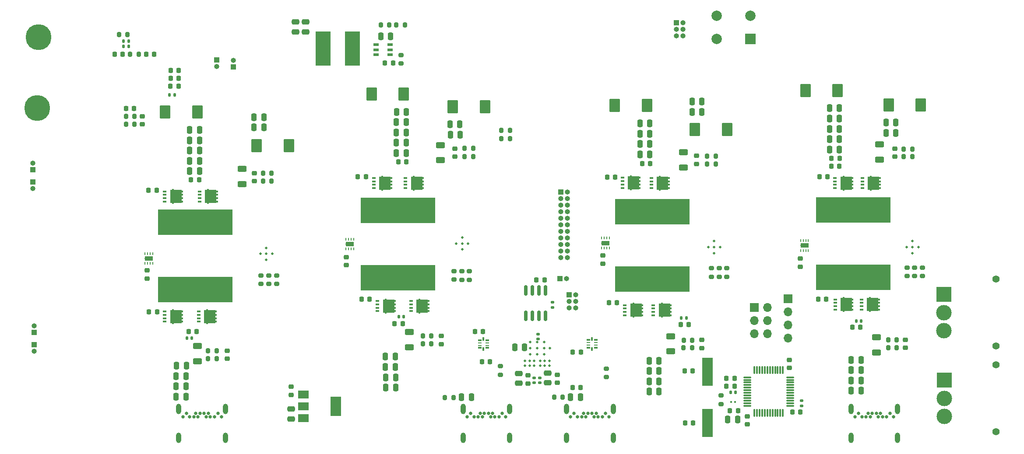
<source format=gbr>
%TF.GenerationSoftware,KiCad,Pcbnew,6.0.0*%
%TF.CreationDate,2022-01-14T14:38:36+01:00*%
%TF.ProjectId,PowerBank V0.2,506f7765-7242-4616-9e6b-2056302e322e,rev?*%
%TF.SameCoordinates,PX2aea540PY80befc0*%
%TF.FileFunction,Soldermask,Bot*%
%TF.FilePolarity,Negative*%
%FSLAX46Y46*%
G04 Gerber Fmt 4.6, Leading zero omitted, Abs format (unit mm)*
G04 Created by KiCad (PCBNEW 6.0.0) date 2022-01-14 14:38:36*
%MOMM*%
%LPD*%
G01*
G04 APERTURE LIST*
G04 Aperture macros list*
%AMRoundRect*
0 Rectangle with rounded corners*
0 $1 Rounding radius*
0 $2 $3 $4 $5 $6 $7 $8 $9 X,Y pos of 4 corners*
0 Add a 4 corners polygon primitive as box body*
4,1,4,$2,$3,$4,$5,$6,$7,$8,$9,$2,$3,0*
0 Add four circle primitives for the rounded corners*
1,1,$1+$1,$2,$3*
1,1,$1+$1,$4,$5*
1,1,$1+$1,$6,$7*
1,1,$1+$1,$8,$9*
0 Add four rect primitives between the rounded corners*
20,1,$1+$1,$2,$3,$4,$5,0*
20,1,$1+$1,$4,$5,$6,$7,0*
20,1,$1+$1,$6,$7,$8,$9,0*
20,1,$1+$1,$8,$9,$2,$3,0*%
G04 Aperture macros list end*
%ADD10R,1.000000X1.000000*%
%ADD11O,1.000000X1.000000*%
%ADD12RoundRect,0.200000X-0.200000X-0.275000X0.200000X-0.275000X0.200000X0.275000X-0.200000X0.275000X0*%
%ADD13RoundRect,0.135000X0.135000X0.185000X-0.135000X0.185000X-0.135000X-0.185000X0.135000X-0.185000X0*%
%ADD14RoundRect,0.200000X0.200000X0.275000X-0.200000X0.275000X-0.200000X-0.275000X0.200000X-0.275000X0*%
%ADD15RoundRect,0.135000X-0.135000X-0.185000X0.135000X-0.185000X0.135000X0.185000X-0.135000X0.185000X0*%
%ADD16C,1.400000*%
%ADD17R,3.000000X3.000000*%
%ADD18C,3.000000*%
%ADD19C,0.800000*%
%ADD20C,5.000000*%
%ADD21RoundRect,0.225000X0.225000X0.250000X-0.225000X0.250000X-0.225000X-0.250000X0.225000X-0.250000X0*%
%ADD22RoundRect,0.225000X0.250000X-0.225000X0.250000X0.225000X-0.250000X0.225000X-0.250000X-0.225000X0*%
%ADD23RoundRect,0.225000X-0.225000X-0.250000X0.225000X-0.250000X0.225000X0.250000X-0.225000X0.250000X0*%
%ADD24R,0.350012X0.754888*%
%ADD25R,0.704800X0.300000*%
%ADD26R,0.704850X0.249936*%
%ADD27RoundRect,0.200000X0.275000X-0.200000X0.275000X0.200000X-0.275000X0.200000X-0.275000X-0.200000X0*%
%ADD28RoundRect,0.250000X-0.475000X0.250000X-0.475000X-0.250000X0.475000X-0.250000X0.475000X0.250000X0*%
%ADD29RoundRect,0.135000X0.185000X-0.135000X0.185000X0.135000X-0.185000X0.135000X-0.185000X-0.135000X0*%
%ADD30RoundRect,0.250000X-0.250000X-0.475000X0.250000X-0.475000X0.250000X0.475000X-0.250000X0.475000X0*%
%ADD31R,2.850000X6.600000*%
%ADD32RoundRect,0.140000X0.170000X-0.140000X0.170000X0.140000X-0.170000X0.140000X-0.170000X-0.140000X0*%
%ADD33RoundRect,0.140000X-0.170000X0.140000X-0.170000X-0.140000X0.170000X-0.140000X0.170000X0.140000X0*%
%ADD34R,2.000000X5.500000*%
%ADD35C,0.400000*%
%ADD36C,0.499999*%
%ADD37R,1.599999X0.900001*%
%ADD38R,0.249999X0.499999*%
%ADD39R,0.750000X0.350000*%
%ADD40R,2.200000X2.600000*%
%ADD41R,0.350000X0.750000*%
%ADD42RoundRect,0.150000X0.150000X-0.825000X0.150000X0.825000X-0.150000X0.825000X-0.150000X-0.825000X0*%
%ADD43R,2.000000X3.800000*%
%ADD44R,2.000000X1.500000*%
%ADD45R,1.000001X0.599999*%
%ADD46RoundRect,0.075000X-0.662500X-0.075000X0.662500X-0.075000X0.662500X0.075000X-0.662500X0.075000X0*%
%ADD47RoundRect,0.075000X-0.075000X-0.662500X0.075000X-0.662500X0.075000X0.662500X-0.075000X0.662500X0*%
%ADD48C,2.000000*%
%ADD49R,2.000000X2.000000*%
%ADD50RoundRect,0.249999X-0.625001X0.312501X-0.625001X-0.312501X0.625001X-0.312501X0.625001X0.312501X0*%
%ADD51RoundRect,0.200000X-0.275000X0.200000X-0.275000X-0.200000X0.275000X-0.200000X0.275000X0.200000X0*%
%ADD52RoundRect,0.135000X-0.185000X0.135000X-0.185000X-0.135000X0.185000X-0.135000X0.185000X0.135000X0*%
%ADD53R,14.500000X5.000000*%
%ADD54RoundRect,0.147500X-0.147500X-0.172500X0.147500X-0.172500X0.147500X0.172500X-0.147500X0.172500X0*%
%ADD55C,0.650000*%
%ADD56O,1.000000X2.000000*%
%ADD57R,1.700000X1.700000*%
%ADD58O,1.700000X1.700000*%
%ADD59RoundRect,0.225000X-0.250000X0.225000X-0.250000X-0.225000X0.250000X-0.225000X0.250000X0.225000X0*%
%ADD60RoundRect,0.250000X0.787500X1.025000X-0.787500X1.025000X-0.787500X-1.025000X0.787500X-1.025000X0*%
%ADD61RoundRect,0.250000X0.250000X0.475000X-0.250000X0.475000X-0.250000X-0.475000X0.250000X-0.475000X0*%
%ADD62RoundRect,0.250000X-0.787500X-1.025000X0.787500X-1.025000X0.787500X1.025000X-0.787500X1.025000X0*%
%ADD63RoundRect,0.140000X-0.140000X-0.170000X0.140000X-0.170000X0.140000X0.170000X-0.140000X0.170000X0*%
%ADD64RoundRect,0.140000X0.140000X0.170000X-0.140000X0.170000X-0.140000X-0.170000X0.140000X-0.170000X0*%
%ADD65RoundRect,0.250000X0.475000X-0.250000X0.475000X0.250000X-0.475000X0.250000X-0.475000X-0.250000X0*%
G04 APERTURE END LIST*
D10*
%TO.C,EN*%
X104225000Y32130000D03*
D11*
X105495000Y32130000D03*
%TD*%
D10*
%TO.C,3v3*%
X2244000Y50799000D03*
D11*
X2244000Y49529000D03*
%TD*%
D10*
%TO.C,IO8*%
X2244000Y53197000D03*
D11*
X2244000Y54467000D03*
%TD*%
D10*
%TO.C,EN*%
X2498000Y19318000D03*
D11*
X2498000Y18048000D03*
%TD*%
D10*
%TO.C,IO9*%
X2498000Y21716000D03*
D11*
X2498000Y22986000D03*
%TD*%
D12*
%TO.C,R146*%
X20595000Y79374000D03*
X18945000Y79374000D03*
%TD*%
D13*
%TO.C,R145*%
X19770000Y77088000D03*
X20790000Y77088000D03*
%TD*%
D14*
%TO.C,R144*%
X21104000Y75564000D03*
X22754000Y75564000D03*
%TD*%
D13*
%TO.C,R141*%
X19768000Y78104000D03*
X20788000Y78104000D03*
%TD*%
D14*
%TO.C,R137*%
X20278000Y63499000D03*
X21928000Y63499000D03*
%TD*%
%TO.C,R134*%
X20278000Y61975000D03*
X21928000Y61975000D03*
%TD*%
D15*
%TO.C,R127*%
X29678000Y67690000D03*
X28658000Y67690000D03*
%TD*%
D16*
%TO.C,J14*%
X188520000Y15445000D03*
X188520000Y2445000D03*
D17*
X178520000Y12445000D03*
D18*
X178520000Y8945000D03*
X178520000Y5445000D03*
%TD*%
D19*
%TO.C,H2*%
X4712825Y80191825D03*
X3387000Y80741000D03*
X2061175Y80191825D03*
X1512000Y78866000D03*
X2061175Y77540175D03*
X3387000Y76991000D03*
X4712825Y77540175D03*
X5262000Y78866000D03*
D20*
X3387000Y78866000D03*
%TD*%
D19*
%TO.C,H1*%
X4458825Y66475825D03*
X3133000Y67025000D03*
X1807175Y66475825D03*
X1258000Y65150000D03*
X1807175Y63824175D03*
X3133000Y63275000D03*
X4458825Y63824175D03*
X5008000Y65150000D03*
D20*
X3133000Y65150000D03*
%TD*%
D21*
%TO.C,C253*%
X18106000Y75564000D03*
X19656000Y75564000D03*
%TD*%
%TO.C,C252*%
X24202000Y75564000D03*
X25752000Y75564000D03*
%TD*%
D22*
%TO.C,C240*%
X23453000Y63512000D03*
X23453000Y61962000D03*
%TD*%
D23*
%TO.C,C239*%
X30451000Y72389000D03*
X28901000Y72389000D03*
%TD*%
%TO.C,C237*%
X30451000Y70865000D03*
X28901000Y70865000D03*
%TD*%
%TO.C,C235*%
X30438000Y69341000D03*
X28888000Y69341000D03*
%TD*%
%TO.C,C226*%
X21815000Y65023000D03*
X20265000Y65023000D03*
%TD*%
D24*
%TO.C,U18*%
X110400000Y18517556D03*
D25*
X111127400Y18719999D03*
D26*
X111127400Y19220000D03*
X111127400Y19720000D03*
D25*
X111127400Y20220001D03*
D24*
X110400000Y20422444D03*
D25*
X109672600Y20220001D03*
D26*
X109672600Y19720000D03*
X109672600Y19220000D03*
D25*
X109672600Y18719999D03*
%TD*%
D27*
%TO.C,R55*%
X92720000Y13500000D03*
X92720000Y15150000D03*
%TD*%
D28*
%TO.C,C124*%
X96250000Y13750000D03*
X96250000Y11850000D03*
%TD*%
D29*
%TO.C,R125*%
X150950000Y7465000D03*
X150950000Y8485000D03*
%TD*%
D10*
%TO.C,FLASH*%
X106000000Y29000000D03*
D11*
X107270000Y29000000D03*
X106000000Y27730000D03*
X107270000Y27730000D03*
X106000000Y26460000D03*
X107270000Y26460000D03*
%TD*%
D10*
%TO.C,J12*%
X126700000Y81670000D03*
D11*
X127970000Y81670000D03*
X126700000Y80400000D03*
X127970000Y80400000D03*
X126700000Y79130000D03*
X127970000Y79130000D03*
%TD*%
D10*
%TO.C,J11*%
X41050000Y73100000D03*
D11*
X41050000Y74370000D03*
%TD*%
D10*
%TO.C,J10*%
X37850000Y74450000D03*
D11*
X37850000Y73180000D03*
%TD*%
D30*
%TO.C,C116*%
X167250000Y60300000D03*
X169150000Y60300000D03*
%TD*%
D31*
%TO.C,L3*%
X58400000Y76675000D03*
X64050000Y76675000D03*
%TD*%
D32*
%TO.C,C220*%
X100300000Y11920000D03*
X100300000Y12880000D03*
%TD*%
%TO.C,C219*%
X100000000Y20420000D03*
X100000000Y21380000D03*
%TD*%
D33*
%TO.C,C195*%
X99250000Y12880000D03*
X99250000Y11920000D03*
%TD*%
D34*
%TO.C,Y2*%
X132750000Y4175000D03*
X132750000Y14075000D03*
%TD*%
D35*
%TO.C,Y1*%
X138050000Y8200000D03*
X137350000Y8200000D03*
%TD*%
D36*
%TO.C,U35*%
X64100001Y38800000D03*
X63000004Y38800000D03*
D37*
X63550000Y38800000D03*
D38*
X62800002Y37849999D03*
X63300000Y37849999D03*
X63800002Y37849999D03*
X64300001Y37849999D03*
X64300001Y39750001D03*
X63800002Y39750001D03*
X63300000Y39750001D03*
X62800002Y39750001D03*
%TD*%
D36*
%TO.C,U34*%
X25250001Y36000000D03*
X24150004Y36000000D03*
D37*
X24700000Y36000000D03*
D38*
X23950002Y35049999D03*
X24450000Y35049999D03*
X24950002Y35049999D03*
X25450001Y35049999D03*
X25450001Y36950001D03*
X24950002Y36950001D03*
X24450000Y36950001D03*
X23950002Y36950001D03*
%TD*%
D36*
%TO.C,U33*%
X113550001Y39000000D03*
X112450004Y39000000D03*
D37*
X113000000Y39000000D03*
D38*
X112250002Y38049999D03*
X112750000Y38049999D03*
X113250002Y38049999D03*
X113750001Y38049999D03*
X113750001Y39950001D03*
X113250002Y39950001D03*
X112750000Y39950001D03*
X112250002Y39950001D03*
%TD*%
D36*
%TO.C,U32*%
X152050001Y38500000D03*
X150950004Y38500000D03*
D37*
X151500000Y38500000D03*
D38*
X150750002Y37549999D03*
X151250000Y37549999D03*
X151750002Y37549999D03*
X152250001Y37549999D03*
X152250001Y39450001D03*
X151750002Y39450001D03*
X151250000Y39450001D03*
X150750002Y39450001D03*
%TD*%
D39*
%TO.C,U31*%
X125080000Y49625000D03*
X121880000Y49625000D03*
X125080000Y50275000D03*
X121880000Y50275000D03*
X125080000Y50925000D03*
X121880000Y50925000D03*
X125080000Y51575000D03*
X121880000Y51575000D03*
D40*
X124050000Y50600000D03*
D41*
X123520000Y49500000D03*
X123520000Y51700000D03*
%TD*%
D39*
%TO.C,U30*%
X77530000Y49625000D03*
X74330000Y49625000D03*
X77530000Y50275000D03*
X74330000Y50275000D03*
X77530000Y50925000D03*
X74330000Y50925000D03*
X77530000Y51575000D03*
X74330000Y51575000D03*
D40*
X76500000Y50600000D03*
D41*
X75970000Y49500000D03*
X75970000Y51700000D03*
%TD*%
D39*
%TO.C,U29*%
X119480000Y49675000D03*
X116280000Y49675000D03*
X119480000Y50325000D03*
X116280000Y50325000D03*
X119480000Y50975000D03*
X116280000Y50975000D03*
X119480000Y51625000D03*
X116280000Y51625000D03*
D40*
X118450000Y50650000D03*
D41*
X117920000Y49550000D03*
X117920000Y51750000D03*
%TD*%
D39*
%TO.C,U28*%
X71400000Y49625000D03*
X68200000Y49625000D03*
X71400000Y50275000D03*
X68200000Y50275000D03*
X71400000Y50925000D03*
X68200000Y50925000D03*
X71400000Y51575000D03*
X68200000Y51575000D03*
D40*
X70370000Y50600000D03*
D41*
X69840000Y49500000D03*
X69840000Y51700000D03*
%TD*%
D39*
%TO.C,U27*%
X119950000Y25025000D03*
X116750000Y25025000D03*
X119950000Y25675000D03*
X116750000Y25675000D03*
X119950000Y26325000D03*
X116750000Y26325000D03*
X119950000Y26975000D03*
X116750000Y26975000D03*
D40*
X118920000Y26000000D03*
D41*
X118390000Y24900000D03*
X118390000Y27100000D03*
%TD*%
D36*
%TO.C,U26*%
X135200000Y38200000D03*
X134050000Y39350000D03*
X134050000Y38200000D03*
X134050000Y37050000D03*
X132900000Y38200000D03*
%TD*%
%TO.C,U25*%
X100399999Y16200000D03*
X100399999Y15250000D03*
X102150000Y16200000D03*
X102150000Y15250000D03*
X101275001Y15250000D03*
X101275001Y16200000D03*
X99800000Y19850001D03*
X98480000Y19850001D03*
X99800000Y18675400D03*
X97300000Y18650000D03*
X98480000Y18650000D03*
X98480000Y17450000D03*
X99800000Y17450000D03*
X101120000Y17450000D03*
X101120000Y18650000D03*
X102300000Y18650000D03*
X101120000Y19850001D03*
X98350000Y16200000D03*
X98350000Y15250000D03*
X97475001Y15250000D03*
X97475001Y16200000D03*
X99225002Y15250000D03*
X99225002Y16200000D03*
%TD*%
D39*
%TO.C,U24*%
X72100000Y25825000D03*
X68900000Y25825000D03*
X72100000Y26475000D03*
X68900000Y26475000D03*
X72100000Y27125000D03*
X68900000Y27125000D03*
X72100000Y27775000D03*
X68900000Y27775000D03*
D40*
X71070000Y26800000D03*
D41*
X70540000Y25700000D03*
X70540000Y27900000D03*
%TD*%
D36*
%TO.C,U23*%
X86450000Y38900000D03*
X85300000Y40050000D03*
X85300000Y38900000D03*
X85300000Y37750000D03*
X84150000Y38900000D03*
%TD*%
D39*
%TO.C,U22*%
X125480000Y25025000D03*
X122280000Y25025000D03*
X125480000Y25675000D03*
X122280000Y25675000D03*
X125480000Y26325000D03*
X122280000Y26325000D03*
X125480000Y26975000D03*
X122280000Y26975000D03*
D40*
X124450000Y26000000D03*
D41*
X123920000Y24900000D03*
X123920000Y27100000D03*
%TD*%
D39*
%TO.C,U21*%
X78600000Y25825000D03*
X75400000Y25825000D03*
X78600000Y26475000D03*
X75400000Y26475000D03*
X78600000Y27125000D03*
X75400000Y27125000D03*
X78600000Y27775000D03*
X75400000Y27775000D03*
D40*
X77570000Y26800000D03*
D41*
X77040000Y25700000D03*
X77040000Y27900000D03*
%TD*%
D42*
%TO.C,U19*%
X101405000Y24875000D03*
X100135000Y24875000D03*
X98865000Y24875000D03*
X97595000Y24875000D03*
X97595000Y29825000D03*
X98865000Y29825000D03*
X100135000Y29825000D03*
X101405000Y29825000D03*
%TD*%
D25*
%TO.C,U17*%
X90157400Y20190001D03*
D26*
X90157400Y19690000D03*
X90157400Y19190000D03*
D25*
X90157400Y18689999D03*
D24*
X89430000Y18487556D03*
D25*
X88702600Y18689999D03*
D26*
X88702600Y19190000D03*
X88702600Y19690000D03*
D25*
X88702600Y20190001D03*
D24*
X89430000Y20392444D03*
%TD*%
D39*
%TO.C,U16*%
X165900000Y49625000D03*
X162700000Y49625000D03*
X165900000Y50275000D03*
X162700000Y50275000D03*
X165900000Y50925000D03*
X162700000Y50925000D03*
X165900000Y51575000D03*
X162700000Y51575000D03*
D40*
X164870000Y50600000D03*
D41*
X164340000Y49500000D03*
X164340000Y51700000D03*
%TD*%
D39*
%TO.C,U15*%
X160600000Y49625000D03*
X157400000Y49625000D03*
X160600000Y50275000D03*
X157400000Y50275000D03*
X160600000Y50925000D03*
X157400000Y50925000D03*
X160600000Y51575000D03*
X157400000Y51575000D03*
D40*
X159570000Y50600000D03*
D41*
X159040000Y49500000D03*
X159040000Y51700000D03*
%TD*%
D39*
%TO.C,U14*%
X160630000Y26125000D03*
X157430000Y26125000D03*
X160630000Y26775000D03*
X157430000Y26775000D03*
X160630000Y27425000D03*
X157430000Y27425000D03*
X160630000Y28075000D03*
X157430000Y28075000D03*
D40*
X159600000Y27100000D03*
D41*
X159070000Y26000000D03*
X159070000Y28200000D03*
%TD*%
D36*
%TO.C,U13*%
X173550000Y38200000D03*
X172400000Y39350000D03*
X172400000Y38200000D03*
X172400000Y37050000D03*
X171250000Y38200000D03*
%TD*%
D39*
%TO.C,U12*%
X165730000Y26125000D03*
X162530000Y26125000D03*
X165730000Y26775000D03*
X162530000Y26775000D03*
X165730000Y27425000D03*
X162530000Y27425000D03*
X165730000Y28075000D03*
X162530000Y28075000D03*
D40*
X164700000Y27100000D03*
D41*
X164170000Y26000000D03*
X164170000Y28200000D03*
%TD*%
D43*
%TO.C,U9*%
X60850000Y7400000D03*
D44*
X54550000Y7400000D03*
X54550000Y9700000D03*
X54550000Y5100000D03*
%TD*%
D45*
%TO.C,U8*%
X71374999Y75474999D03*
X71374999Y76425000D03*
X71374999Y77374998D03*
X68624999Y77374998D03*
X68624999Y76425000D03*
X68624999Y75474999D03*
%TD*%
D46*
%TO.C,U6*%
X140412500Y7500000D03*
X140412500Y8000000D03*
X140412500Y8500000D03*
X140412500Y9000000D03*
X140412500Y9500000D03*
X140412500Y10000000D03*
X140412500Y10500000D03*
X140412500Y11000000D03*
X140412500Y11500000D03*
X140412500Y12000000D03*
X140412500Y12500000D03*
X140412500Y13000000D03*
D47*
X141825000Y14412500D03*
X142325000Y14412500D03*
X142825000Y14412500D03*
X143325000Y14412500D03*
X143825000Y14412500D03*
X144325000Y14412500D03*
X144825000Y14412500D03*
X145325000Y14412500D03*
X145825000Y14412500D03*
X146325000Y14412500D03*
X146825000Y14412500D03*
X147325000Y14412500D03*
D46*
X148737500Y13000000D03*
X148737500Y12500000D03*
X148737500Y12000000D03*
X148737500Y11500000D03*
X148737500Y11000000D03*
X148737500Y10500000D03*
X148737500Y10000000D03*
X148737500Y9500000D03*
X148737500Y9000000D03*
X148737500Y8500000D03*
X148737500Y8000000D03*
X148737500Y7500000D03*
D47*
X147325000Y6087500D03*
X146825000Y6087500D03*
X146325000Y6087500D03*
X145825000Y6087500D03*
X145325000Y6087500D03*
X144825000Y6087500D03*
X144325000Y6087500D03*
X143825000Y6087500D03*
X143325000Y6087500D03*
X142825000Y6087500D03*
X142325000Y6087500D03*
X141825000Y6087500D03*
%TD*%
D48*
%TO.C,S1*%
X134500000Y83000000D03*
X141000000Y83000000D03*
X134500000Y78500000D03*
D49*
X141000000Y78500000D03*
%TD*%
D12*
%TO.C,R109*%
X132675000Y55850000D03*
X134325000Y55850000D03*
%TD*%
D50*
%TO.C,R107*%
X128050000Y56562500D03*
X128050000Y53637500D03*
%TD*%
D12*
%TO.C,R106*%
X85775000Y57300000D03*
X87425000Y57300000D03*
%TD*%
%TO.C,R105*%
X132675000Y54300000D03*
X134325000Y54300000D03*
%TD*%
D50*
%TO.C,R104*%
X81100000Y57962500D03*
X81100000Y55037500D03*
%TD*%
D12*
%TO.C,R103*%
X85775000Y55700000D03*
X87425000Y55700000D03*
%TD*%
%TO.C,R88*%
X92875000Y59200000D03*
X94525000Y59200000D03*
%TD*%
%TO.C,R86*%
X128125000Y20200000D03*
X129775000Y20200000D03*
%TD*%
%TO.C,R84*%
X77675000Y21000000D03*
X79325000Y21000000D03*
%TD*%
D50*
%TO.C,R82*%
X125600000Y20950000D03*
X125600000Y18025000D03*
%TD*%
D12*
%TO.C,R81*%
X128100000Y18700000D03*
X129750000Y18700000D03*
%TD*%
D50*
%TO.C,R80*%
X75100000Y21762500D03*
X75100000Y18837500D03*
%TD*%
D12*
%TO.C,R79*%
X77675000Y19500000D03*
X79325000Y19500000D03*
%TD*%
D51*
%TO.C,R78*%
X133500000Y34125000D03*
X133500000Y32475000D03*
%TD*%
%TO.C,R77*%
X136500000Y34125000D03*
X136500000Y32475000D03*
%TD*%
%TO.C,R76*%
X83700000Y33550000D03*
X83700000Y31900000D03*
%TD*%
%TO.C,R75*%
X135000000Y34125000D03*
X135000000Y32475000D03*
%TD*%
%TO.C,R74*%
X86700000Y33525000D03*
X86700000Y31875000D03*
%TD*%
%TO.C,R73*%
X85200000Y33525000D03*
X85200000Y31875000D03*
%TD*%
D52*
%TO.C,R72*%
X102800000Y27550000D03*
X102800000Y26530000D03*
%TD*%
D12*
%TO.C,R65*%
X170675000Y57200000D03*
X172325000Y57200000D03*
%TD*%
D50*
%TO.C,R64*%
X166000000Y58062500D03*
X166000000Y55137500D03*
%TD*%
D12*
%TO.C,R63*%
X170675000Y55700000D03*
X172325000Y55700000D03*
%TD*%
D14*
%TO.C,R61*%
X83625000Y9100000D03*
X81975000Y9100000D03*
%TD*%
D12*
%TO.C,R54*%
X167675000Y20250000D03*
X169325000Y20250000D03*
%TD*%
D50*
%TO.C,R52*%
X165400000Y20762500D03*
X165400000Y17837500D03*
%TD*%
D12*
%TO.C,R51*%
X167675000Y18750000D03*
X169325000Y18750000D03*
%TD*%
D51*
%TO.C,R50*%
X171325000Y34225000D03*
X171325000Y32575000D03*
%TD*%
%TO.C,R49*%
X174300000Y34225000D03*
X174300000Y32575000D03*
%TD*%
D14*
%TO.C,R48*%
X104725000Y9200000D03*
X103075000Y9200000D03*
%TD*%
D51*
%TO.C,R47*%
X172800000Y34225000D03*
X172800000Y32575000D03*
%TD*%
D27*
%TO.C,R44*%
X113190000Y13015000D03*
X113190000Y14665000D03*
%TD*%
D12*
%TO.C,R43*%
X72575000Y81225000D03*
X74225000Y81225000D03*
%TD*%
%TO.C,R42*%
X69550000Y81200000D03*
X71200000Y81200000D03*
%TD*%
D27*
%TO.C,R41*%
X73450000Y73725000D03*
X73450000Y75375000D03*
%TD*%
D51*
%TO.C,R26*%
X135400000Y9475000D03*
X135400000Y7825000D03*
%TD*%
D53*
%TO.C,L6*%
X122050000Y32050000D03*
X122050000Y45050000D03*
%TD*%
%TO.C,L5*%
X72900000Y32300000D03*
X72900000Y45300000D03*
%TD*%
%TO.C,L4*%
X160900000Y32400000D03*
X160900000Y45400000D03*
%TD*%
D54*
%TO.C,L2*%
X137215000Y10100000D03*
X138185000Y10100000D03*
%TD*%
D55*
%TO.C,J9*%
X93050000Y6050000D03*
X92400000Y5350000D03*
X91600000Y5350000D03*
X91200000Y6050000D03*
X90800000Y5350000D03*
X90400000Y6050000D03*
X89600000Y6050000D03*
X89200000Y5350000D03*
X88800000Y6050000D03*
X88400000Y5350000D03*
X87600000Y5350000D03*
X86950000Y6050000D03*
X93725000Y5350000D03*
X86275000Y5350000D03*
D56*
X85500000Y6850000D03*
X94500000Y6850000D03*
X85500000Y1250000D03*
X94500000Y1250000D03*
%TD*%
D55*
%TO.C,J8*%
X113050000Y6050000D03*
X112400000Y5350000D03*
X111600000Y5350000D03*
X111200000Y6050000D03*
X110800000Y5350000D03*
X110400000Y6050000D03*
X109600000Y6050000D03*
X109200000Y5350000D03*
X108800000Y6050000D03*
X108400000Y5350000D03*
X107600000Y5350000D03*
X106950000Y6050000D03*
X113725000Y5350000D03*
X106275000Y5350000D03*
D56*
X105500000Y6850000D03*
X114500000Y6850000D03*
X105500000Y1250000D03*
X114500000Y1250000D03*
%TD*%
D55*
%TO.C,J7*%
X168050000Y6050000D03*
X167400000Y5350000D03*
X166600000Y5350000D03*
X166200000Y6050000D03*
X165800000Y5350000D03*
X165400000Y6050000D03*
X164600000Y6050000D03*
X164200000Y5350000D03*
X163800000Y6050000D03*
X163400000Y5350000D03*
X162600000Y5350000D03*
X161950000Y6050000D03*
X168725000Y5350000D03*
X161275000Y5350000D03*
D56*
X160500000Y6850000D03*
X169500000Y6850000D03*
X160500000Y1250000D03*
X169500000Y1250000D03*
%TD*%
D18*
%TO.C,J6*%
X178500000Y22026000D03*
X178500000Y25526000D03*
D17*
X178500000Y29026000D03*
D16*
X188500000Y19026000D03*
X188500000Y32026000D03*
%TD*%
D57*
%TO.C,J5*%
X148300000Y28200000D03*
D58*
X148300000Y25660000D03*
X148300000Y23120000D03*
X148300000Y20580000D03*
%TD*%
D10*
%TO.C,J4*%
X104400000Y48850000D03*
D11*
X105670000Y48850000D03*
X104400000Y47580000D03*
X105670000Y47580000D03*
X104400000Y46310000D03*
X105670000Y46310000D03*
X104400000Y45040000D03*
X105670000Y45040000D03*
X104400000Y43770000D03*
X105670000Y43770000D03*
X104400000Y42500000D03*
X105670000Y42500000D03*
X104400000Y41230000D03*
X105670000Y41230000D03*
X104400000Y39960000D03*
X105670000Y39960000D03*
X104400000Y38690000D03*
X105670000Y38690000D03*
X104400000Y37420000D03*
X105670000Y37420000D03*
X104400000Y36150000D03*
X105670000Y36150000D03*
%TD*%
D57*
%TO.C,J3*%
X141800000Y26500000D03*
D58*
X144340000Y26500000D03*
X141800000Y23960000D03*
X144340000Y23960000D03*
X141800000Y21420000D03*
X144340000Y21420000D03*
%TD*%
D59*
%TO.C,C225*%
X62900000Y36275000D03*
X62900000Y34725000D03*
%TD*%
%TO.C,C224*%
X24400000Y33675000D03*
X24400000Y32125000D03*
%TD*%
%TO.C,C223*%
X112500000Y36575000D03*
X112500000Y35025000D03*
%TD*%
%TO.C,C222*%
X150700000Y35975000D03*
X150700000Y34425000D03*
%TD*%
D30*
%TO.C,C221*%
X95450000Y18850000D03*
X97350000Y18850000D03*
%TD*%
D60*
%TO.C,C218*%
X121050000Y65600000D03*
X114825000Y65600000D03*
%TD*%
%TO.C,C217*%
X74012500Y67800000D03*
X67787500Y67800000D03*
%TD*%
D30*
%TO.C,C213*%
X129750000Y66400000D03*
X131650000Y66400000D03*
%TD*%
D61*
%TO.C,C211*%
X121600000Y62150000D03*
X119700000Y62150000D03*
%TD*%
D30*
%TO.C,C210*%
X82950000Y62000000D03*
X84850000Y62000000D03*
%TD*%
%TO.C,C209*%
X129750000Y64400000D03*
X131650000Y64400000D03*
%TD*%
%TO.C,C206*%
X83000000Y60000000D03*
X84900000Y60000000D03*
%TD*%
D62*
%TO.C,C205*%
X130287500Y60950000D03*
X136512500Y60950000D03*
%TD*%
D61*
%TO.C,C203*%
X121600000Y60150000D03*
X119700000Y60150000D03*
%TD*%
D62*
%TO.C,C202*%
X83487500Y65400000D03*
X89712500Y65400000D03*
%TD*%
D61*
%TO.C,C199*%
X74500000Y64400000D03*
X72600000Y64400000D03*
%TD*%
%TO.C,C197*%
X74450000Y62400000D03*
X72550000Y62400000D03*
%TD*%
D59*
%TO.C,C194*%
X98010000Y13365000D03*
X98010000Y11815000D03*
%TD*%
D22*
%TO.C,C193*%
X103680000Y11915000D03*
X103680000Y13465000D03*
%TD*%
D61*
%TO.C,C192*%
X74450000Y60400000D03*
X72550000Y60400000D03*
%TD*%
%TO.C,C191*%
X121600000Y58150000D03*
X119700000Y58150000D03*
%TD*%
D59*
%TO.C,C189*%
X130600000Y55875000D03*
X130600000Y54325000D03*
%TD*%
D61*
%TO.C,C188*%
X74450000Y58400000D03*
X72550000Y58400000D03*
%TD*%
%TO.C,C187*%
X121600000Y56150000D03*
X119700000Y56150000D03*
%TD*%
D59*
%TO.C,C185*%
X83900000Y57275000D03*
X83900000Y55725000D03*
%TD*%
D61*
%TO.C,C184*%
X74450000Y56400000D03*
X72550000Y56400000D03*
%TD*%
D21*
%TO.C,C182*%
X121675000Y54400000D03*
X120125000Y54400000D03*
%TD*%
%TO.C,C179*%
X74475000Y54700000D03*
X72925000Y54700000D03*
%TD*%
%TO.C,C173*%
X114875000Y51750000D03*
X113325000Y51750000D03*
%TD*%
%TO.C,C172*%
X66675000Y51800000D03*
X65125000Y51800000D03*
%TD*%
D23*
%TO.C,C166*%
X113650000Y27450000D03*
X115200000Y27450000D03*
%TD*%
%TO.C,C164*%
X65850000Y28100000D03*
X67400000Y28100000D03*
%TD*%
D63*
%TO.C,C161*%
X127690000Y24500000D03*
X128650000Y24500000D03*
%TD*%
D64*
%TO.C,C158*%
X73980000Y24700000D03*
X73020000Y24700000D03*
%TD*%
D23*
%TO.C,C154*%
X127575000Y23200000D03*
X129125000Y23200000D03*
%TD*%
D21*
%TO.C,C151*%
X73775000Y23400000D03*
X72225000Y23400000D03*
%TD*%
D59*
%TO.C,C149*%
X131650000Y20225000D03*
X131650000Y18675000D03*
%TD*%
%TO.C,C147*%
X81300000Y20975000D03*
X81300000Y19425000D03*
%TD*%
D61*
%TO.C,C143*%
X123350000Y10250000D03*
X121450000Y10250000D03*
%TD*%
%TO.C,C141*%
X72350000Y17000000D03*
X70450000Y17000000D03*
%TD*%
%TO.C,C139*%
X123350000Y12200000D03*
X121450000Y12200000D03*
%TD*%
%TO.C,C136*%
X72350000Y15000000D03*
X70450000Y15000000D03*
%TD*%
%TO.C,C133*%
X123350000Y14200000D03*
X121450000Y14200000D03*
%TD*%
%TO.C,C131*%
X72450000Y13000000D03*
X70550000Y13000000D03*
%TD*%
%TO.C,C128*%
X123350000Y16200000D03*
X121450000Y16200000D03*
%TD*%
D28*
%TO.C,C127*%
X101850000Y13850000D03*
X101850000Y11950000D03*
%TD*%
D61*
%TO.C,C125*%
X72450000Y11000000D03*
X70550000Y11000000D03*
%TD*%
D21*
%TO.C,C123*%
X101225000Y31875000D03*
X99675000Y31875000D03*
%TD*%
D60*
%TO.C,C121*%
X157900000Y68500000D03*
X151675000Y68500000D03*
%TD*%
D23*
%TO.C,C120*%
X106700000Y17875000D03*
X108250000Y17875000D03*
%TD*%
%TO.C,C118*%
X87775000Y21825000D03*
X89325000Y21825000D03*
%TD*%
D30*
%TO.C,C114*%
X167250000Y62300000D03*
X169150000Y62300000D03*
%TD*%
D61*
%TO.C,C113*%
X158250000Y65100000D03*
X156350000Y65100000D03*
%TD*%
D62*
%TO.C,C112*%
X167787500Y65700000D03*
X174012500Y65700000D03*
%TD*%
D61*
%TO.C,C109*%
X158250000Y63100000D03*
X156350000Y63100000D03*
%TD*%
%TO.C,C108*%
X158250000Y61100000D03*
X156350000Y61100000D03*
%TD*%
%TO.C,C107*%
X158250000Y59100000D03*
X156350000Y59100000D03*
%TD*%
D59*
%TO.C,C105*%
X169000000Y57275000D03*
X169000000Y55725000D03*
%TD*%
D61*
%TO.C,C104*%
X158250000Y57100000D03*
X156350000Y57100000D03*
%TD*%
D21*
%TO.C,C102*%
X158275000Y55400000D03*
X156725000Y55400000D03*
%TD*%
%TO.C,C101*%
X158250000Y53900000D03*
X156700000Y53900000D03*
%TD*%
%TO.C,C98*%
X155975000Y51800000D03*
X154425000Y51800000D03*
%TD*%
D61*
%TO.C,C97*%
X87080000Y9160000D03*
X85180000Y9160000D03*
%TD*%
D23*
%TO.C,C92*%
X154125000Y28100000D03*
X155675000Y28100000D03*
%TD*%
D64*
%TO.C,C90*%
X162460000Y23900000D03*
X161500000Y23900000D03*
%TD*%
D21*
%TO.C,C86*%
X162275000Y22700000D03*
X160725000Y22700000D03*
%TD*%
%TO.C,C85*%
X90700000Y16025000D03*
X89150000Y16025000D03*
%TD*%
D59*
%TO.C,C83*%
X171000000Y20275000D03*
X171000000Y18725000D03*
%TD*%
D61*
%TO.C,C80*%
X162450000Y10400000D03*
X160550000Y10400000D03*
%TD*%
%TO.C,C78*%
X108150000Y9200000D03*
X106250000Y9200000D03*
%TD*%
%TO.C,C77*%
X162450000Y12400000D03*
X160550000Y12400000D03*
%TD*%
%TO.C,C74*%
X162450000Y14400000D03*
X160550000Y14400000D03*
%TD*%
%TO.C,C69*%
X162450000Y16400000D03*
X160550000Y16400000D03*
%TD*%
D21*
%TO.C,C65*%
X108175000Y11030000D03*
X106625000Y11030000D03*
%TD*%
D22*
%TO.C,C64*%
X52200000Y9625000D03*
X52200000Y11175000D03*
%TD*%
D28*
%TO.C,C63*%
X52200000Y6850000D03*
X52200000Y4950000D03*
%TD*%
D65*
%TO.C,C62*%
X55025000Y79875000D03*
X55025000Y81775000D03*
%TD*%
%TO.C,C61*%
X53050000Y79875000D03*
X53050000Y81775000D03*
%TD*%
D23*
%TO.C,C60*%
X70375000Y73825000D03*
X71925000Y73825000D03*
%TD*%
D30*
%TO.C,C59*%
X69550000Y79000000D03*
X71450000Y79000000D03*
%TD*%
D21*
%TO.C,C56*%
X137950000Y12800000D03*
X136400000Y12800000D03*
%TD*%
%TO.C,C55*%
X137950000Y11300000D03*
X136400000Y11300000D03*
%TD*%
D23*
%TO.C,C54*%
X149125000Y6275000D03*
X150675000Y6275000D03*
%TD*%
D22*
%TO.C,C53*%
X148550000Y14800000D03*
X148550000Y16350000D03*
%TD*%
D59*
%TO.C,C52*%
X140475000Y5450000D03*
X140475000Y3900000D03*
%TD*%
D21*
%TO.C,C51*%
X138625000Y6575000D03*
X137075000Y6575000D03*
%TD*%
D61*
%TO.C,C50*%
X138575000Y4850000D03*
X136675000Y4850000D03*
%TD*%
D21*
%TO.C,C49*%
X129850000Y14200000D03*
X128300000Y14200000D03*
%TD*%
%TO.C,C48*%
X129950000Y4200000D03*
X128400000Y4200000D03*
%TD*%
D39*
%TO.C,U5*%
X37705000Y47025000D03*
X34505000Y47025000D03*
X37705000Y47675000D03*
X34505000Y47675000D03*
X37705000Y48325000D03*
X34505000Y48325000D03*
X37705000Y48975000D03*
X34505000Y48975000D03*
D40*
X36675000Y48000000D03*
D41*
X36145000Y46900000D03*
X36145000Y49100000D03*
%TD*%
D39*
%TO.C,U4*%
X30955000Y47025000D03*
X27755000Y47025000D03*
X30955000Y47675000D03*
X27755000Y47675000D03*
X30955000Y48325000D03*
X27755000Y48325000D03*
X30955000Y48975000D03*
X27755000Y48975000D03*
D40*
X29925000Y48000000D03*
D41*
X29395000Y46900000D03*
X29395000Y49100000D03*
%TD*%
D39*
%TO.C,U3*%
X30955000Y23775000D03*
X27755000Y23775000D03*
X30955000Y24425000D03*
X27755000Y24425000D03*
X30955000Y25075000D03*
X27755000Y25075000D03*
X30955000Y25725000D03*
X27755000Y25725000D03*
D40*
X29925000Y24750000D03*
D41*
X29395000Y23650000D03*
X29395000Y25850000D03*
%TD*%
D36*
%TO.C,U2*%
X48575081Y36899916D03*
X47425081Y38049916D03*
X47425081Y36899916D03*
X47425081Y35749916D03*
X46275081Y36899916D03*
%TD*%
D39*
%TO.C,U1*%
X37525000Y23775000D03*
X34325000Y23775000D03*
X37525000Y24425000D03*
X34325000Y24425000D03*
X37525000Y25075000D03*
X34325000Y25075000D03*
X37525000Y25725000D03*
X34325000Y25725000D03*
D40*
X36495000Y24750000D03*
D41*
X35965000Y23650000D03*
X35965000Y25850000D03*
%TD*%
D12*
%TO.C,R18*%
X46775000Y52500000D03*
X48425000Y52500000D03*
%TD*%
D50*
%TO.C,R17*%
X42775000Y53325000D03*
X42775000Y50400000D03*
%TD*%
D12*
%TO.C,R16*%
X46775000Y50975000D03*
X48425000Y50975000D03*
%TD*%
%TO.C,R10*%
X92875000Y60800000D03*
X94525000Y60800000D03*
%TD*%
%TO.C,R9*%
X36175000Y18100000D03*
X37825000Y18100000D03*
%TD*%
D50*
%TO.C,R7*%
X34075000Y19062500D03*
X34075000Y16137500D03*
%TD*%
D12*
%TO.C,R6*%
X36175000Y16600000D03*
X37825000Y16600000D03*
%TD*%
D51*
%TO.C,R5*%
X46400000Y32725000D03*
X46400000Y31075000D03*
%TD*%
%TO.C,R4*%
X49400000Y32725000D03*
X49400000Y31075000D03*
%TD*%
%TO.C,R2*%
X47900000Y32725000D03*
X47900000Y31075000D03*
%TD*%
D53*
%TO.C,L1*%
X33675000Y30000000D03*
X33675000Y43000000D03*
%TD*%
D55*
%TO.C,J1*%
X38050000Y6050000D03*
X37400000Y5350000D03*
X36600000Y5350000D03*
X36200000Y6050000D03*
X35800000Y5350000D03*
X35400000Y6050000D03*
X34600000Y6050000D03*
X34200000Y5350000D03*
X33800000Y6050000D03*
X33400000Y5350000D03*
X32600000Y5350000D03*
X31950000Y6050000D03*
X38725000Y5350000D03*
X31275000Y5350000D03*
D56*
X30500000Y6850000D03*
X39500000Y6850000D03*
X30500000Y1250000D03*
X39500000Y1250000D03*
%TD*%
D60*
%TO.C,C45*%
X34075000Y64400000D03*
X27850000Y64400000D03*
%TD*%
D30*
%TO.C,C42*%
X45050000Y63350000D03*
X46950000Y63350000D03*
%TD*%
%TO.C,C40*%
X45050000Y61375000D03*
X46950000Y61375000D03*
%TD*%
D62*
%TO.C,C38*%
X45550000Y57875000D03*
X51775000Y57875000D03*
%TD*%
D61*
%TO.C,C36*%
X34500000Y60900000D03*
X32600000Y60900000D03*
%TD*%
%TO.C,C35*%
X34500000Y58900000D03*
X32600000Y58900000D03*
%TD*%
%TO.C,C34*%
X34500000Y56900000D03*
X32600000Y56900000D03*
%TD*%
%TO.C,C33*%
X34500000Y54900000D03*
X32600000Y54900000D03*
%TD*%
D59*
%TO.C,C31*%
X45075000Y52525000D03*
X45075000Y50975000D03*
%TD*%
D61*
%TO.C,C30*%
X34500000Y52950000D03*
X32600000Y52950000D03*
%TD*%
D21*
%TO.C,C28*%
X34400000Y51200000D03*
X32850000Y51200000D03*
%TD*%
%TO.C,C24*%
X26200000Y49200000D03*
X24650000Y49200000D03*
%TD*%
D23*
%TO.C,C21*%
X24735000Y25710000D03*
X26285000Y25710000D03*
%TD*%
D64*
%TO.C,C19*%
X33030000Y20610000D03*
X32070000Y20610000D03*
%TD*%
D21*
%TO.C,C15*%
X33970000Y21870000D03*
X32420000Y21870000D03*
%TD*%
D59*
%TO.C,C14*%
X39825000Y18150000D03*
X39825000Y16600000D03*
%TD*%
D61*
%TO.C,C11*%
X31875000Y9250000D03*
X29975000Y9250000D03*
%TD*%
%TO.C,C8*%
X31875000Y11250000D03*
X29975000Y11250000D03*
%TD*%
%TO.C,C5*%
X31875000Y13250000D03*
X29975000Y13250000D03*
%TD*%
%TO.C,C2*%
X31975000Y15250000D03*
X30075000Y15250000D03*
%TD*%
M02*

</source>
